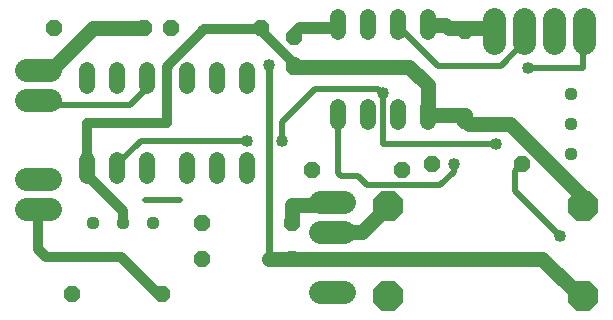
<source format=gbr>
G04 EAGLE Gerber RS-274X export*
G75*
%MOMM*%
%FSLAX34Y34*%
%LPD*%
%INBottom Copper*%
%IPPOS*%
%AMOC8*
5,1,8,0,0,1.08239X$1,22.5*%
G01*
%ADD10P,1.429621X8X202.500000*%
%ADD11C,1.320800*%
%ADD12C,1.981200*%
%ADD13P,2.749271X8X292.500000*%
%ADD14P,1.429621X8X292.500000*%
%ADD15P,1.429621X8X22.500000*%
%ADD16C,1.117600*%
%ADD17C,1.270000*%
%ADD18C,0.812800*%
%ADD19C,0.508000*%
%ADD20C,0.609600*%
%ADD21C,1.016000*%
%ADD22C,1.016000*%


D10*
X351361Y140430D03*
X275161Y140430D03*
X258100Y95000D03*
X181900Y95000D03*
X232100Y260000D03*
X155900Y260000D03*
D11*
X220400Y224704D02*
X220400Y211496D01*
X195000Y211496D02*
X195000Y224704D01*
X195000Y148504D02*
X195000Y135296D01*
X220400Y135296D02*
X220400Y148504D01*
X169600Y211496D02*
X169600Y224704D01*
X169600Y148504D02*
X169600Y135296D01*
D12*
X53106Y106600D02*
X33294Y106600D01*
X33294Y224800D02*
X53106Y224800D01*
D13*
X504314Y109427D03*
X504314Y33227D03*
X339214Y109427D03*
X339214Y33227D03*
D12*
X302106Y36600D02*
X282294Y36600D01*
X282294Y87400D02*
X302106Y87400D01*
D10*
X133100Y260000D03*
X56900Y260000D03*
D11*
X135400Y224704D02*
X135400Y211496D01*
X110000Y211496D02*
X110000Y224704D01*
X110000Y148504D02*
X110000Y135296D01*
X135400Y135296D02*
X135400Y148504D01*
X84600Y211496D02*
X84600Y224704D01*
X84600Y148504D02*
X84600Y135296D01*
D12*
X53106Y199400D02*
X33294Y199400D01*
D14*
X405000Y258100D03*
X405000Y181900D03*
D15*
X376900Y145000D03*
X453100Y145000D03*
D16*
X494500Y153600D03*
X494500Y179000D03*
X494500Y204400D03*
X140400Y95000D03*
X115000Y95000D03*
X89600Y95000D03*
D12*
X429600Y247794D02*
X429600Y267606D01*
X302106Y112800D02*
X282294Y112800D01*
D14*
X260000Y252700D03*
X260000Y227300D03*
D10*
X258100Y65000D03*
X181900Y65000D03*
D15*
X71900Y35000D03*
X148100Y35000D03*
D11*
X296900Y180296D02*
X296900Y193504D01*
X322300Y193504D02*
X322300Y180296D01*
X347700Y180296D02*
X347700Y193504D01*
X373100Y193504D02*
X373100Y180296D01*
X373100Y256496D02*
X373100Y269704D01*
X347700Y269704D02*
X347700Y256496D01*
X322300Y256496D02*
X322300Y269704D01*
X296900Y269704D02*
X296900Y256496D01*
D12*
X53106Y132800D02*
X33294Y132800D01*
X455000Y247794D02*
X455000Y267606D01*
X480400Y267606D02*
X480400Y247794D01*
X505400Y247794D02*
X505400Y267606D01*
D17*
X258100Y110000D02*
X258100Y95000D01*
X258100Y110000D02*
X290000Y110000D01*
X292200Y112800D01*
D18*
X145000Y35000D02*
X113862Y66138D01*
X49862Y66138D01*
X43200Y72800D01*
X43200Y106600D01*
D19*
X145000Y35000D02*
X148100Y35000D01*
D17*
X56250Y226250D02*
X90000Y260000D01*
X133100Y260000D01*
X56250Y226250D02*
X43200Y224800D01*
X405000Y181900D02*
X408000Y178900D01*
X442841Y178900D01*
X504314Y117427D01*
D18*
X504314Y109427D01*
D17*
X405000Y186900D02*
X373100Y186900D01*
X405000Y186900D02*
X405000Y181900D01*
D18*
X373268Y187068D02*
X373100Y186900D01*
D17*
X373268Y187068D02*
X373268Y211732D01*
X357700Y227300D01*
X260000Y227300D01*
D18*
X260000Y230100D02*
X231100Y259000D01*
D17*
X260000Y230100D02*
X260000Y227300D01*
D20*
X231100Y259000D02*
X232100Y260000D01*
D18*
X183386Y259000D02*
X152000Y227614D01*
X152000Y179490D01*
X84600Y179490D01*
X84600Y141900D01*
X183386Y259000D02*
X231100Y259000D01*
X84600Y135900D02*
X115000Y105500D01*
D20*
X84600Y135900D02*
X84600Y141900D01*
D18*
X115000Y105500D02*
X115000Y95000D01*
D19*
X120726Y195401D02*
X134211Y208886D01*
X120726Y195401D02*
X47199Y195401D01*
X43200Y199400D01*
X134211Y208886D02*
X135400Y218100D01*
D21*
X260000Y255000D02*
X265000Y260000D01*
X295000Y260000D01*
D19*
X260000Y255000D02*
X260000Y252700D01*
X295000Y260000D02*
X296900Y263100D01*
D17*
X258100Y65000D02*
X239000Y65000D01*
D20*
X239000Y229000D01*
D17*
X470000Y65000D02*
X500000Y35000D01*
X470000Y65000D02*
X258100Y65000D01*
D19*
X500000Y35000D02*
X504314Y33227D01*
D22*
X239000Y229000D03*
D19*
X447000Y122000D02*
X485000Y84000D01*
X447000Y138900D02*
X453100Y145000D01*
X447000Y138900D02*
X447000Y122000D01*
D22*
X485000Y84000D03*
D19*
X163794Y115000D02*
X133591Y115000D01*
X296778Y186778D02*
X296900Y186900D01*
X505000Y226000D02*
X505000Y255000D01*
X505000Y226000D02*
X458000Y226000D01*
X395000Y138750D02*
X383872Y127622D01*
X395000Y138750D02*
X395000Y145000D01*
X383872Y127622D02*
X321757Y127622D01*
X297178Y137822D02*
X297178Y186778D01*
X297178Y137822D02*
X300000Y135000D01*
X314379Y135000D01*
X321757Y127622D01*
X297178Y186778D02*
X296778Y186778D01*
X505000Y255000D02*
X505400Y257700D01*
D22*
X458000Y226000D03*
X395000Y145000D03*
D17*
X317186Y87400D02*
X292200Y87400D01*
X317186Y87400D02*
X339214Y109427D01*
X405000Y260000D02*
X425000Y260000D01*
X405000Y260000D02*
X391200Y260000D01*
D18*
X388100Y263100D01*
D17*
X427300Y257700D02*
X429600Y257700D01*
D18*
X427300Y257700D02*
X425000Y260000D01*
D17*
X388100Y263100D02*
X373100Y263100D01*
D19*
X405000Y260000D02*
X405000Y258100D01*
X382000Y228000D02*
X350000Y260000D01*
X382000Y228000D02*
X435000Y228000D01*
X455000Y248000D01*
X455000Y257700D01*
X350000Y260000D02*
X347700Y263100D01*
X335000Y205000D02*
X335000Y162000D01*
X431000Y162000D01*
D22*
X335000Y205000D03*
X431000Y162000D03*
D19*
X130000Y165000D02*
X110000Y145000D01*
X130000Y165000D02*
X220000Y165000D01*
X250000Y181000D02*
X278000Y209000D01*
X250000Y181000D02*
X250000Y165000D01*
X331000Y209000D02*
X335000Y205000D01*
X331000Y209000D02*
X278000Y209000D01*
X110000Y145000D02*
X110000Y141900D01*
D22*
X220000Y165000D03*
X250000Y165000D03*
M02*

</source>
